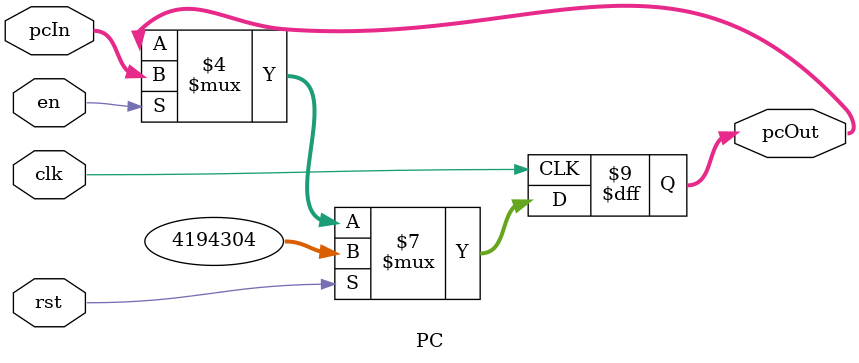
<source format=v>
`timescale 1ns / 1ps


module PC#(parameter DEFAULT_INIT_ADDR = 32'h00400000)(
    input clk,
    input rst,
    input en, //当 en 为高电平时，PC 才会更新，CPU 才会执行指令
    input [31:0] pcIn,
    output reg [31:0] pcOut
);
always @(posedge clk ) begin
    if(rst)begin
        pcOut <= DEFAULT_INIT_ADDR;//FIXME(目前不知道这样是否是正确的) 
    end 
    else if(en == 0)begin
        //TODO do what bro?
        pcOut <= pcOut;
    end
    else begin
        pcOut <= pcIn;
    end   
end
endmodule

</source>
